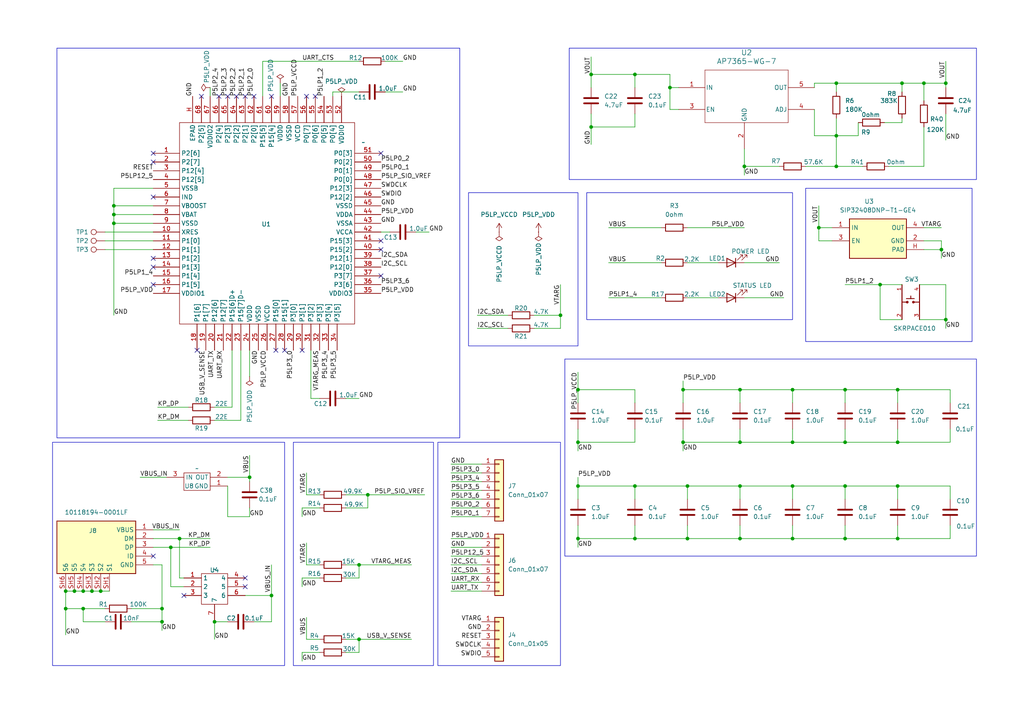
<source format=kicad_sch>
(kicad_sch (version 20250114) (generator "eeschema") (generator_version "9.0")
  (paper "A4")
  (rectangle (start 16.51 13.97) (end 133.35 127))
  (rectangle (start 233.68 54.61) (end 281.94 99.06))
  (rectangle (start 165.1 13.97) (end 283.21 52.07))
  (rectangle (start 15.24 128.27) (end 82.55 193.04))
  (rectangle (start 127 128.27) (end 162.56 193.04))
  (rectangle (start 163.83 104.14) (end 283.21 161.29))
  (rectangle (start 85.09 128.27) (end 125.73 193.04))
  (rectangle (start 135.89 55.88) (end 167.64 100.33))
  (rectangle (start 170.18 55.88) (end 229.87 92.71))
  (junction (at 19.05 171.45))
  (junction (at 229.87 156.21))
  (junction (at 242.57 39.37))
  (junction (at 242.57 24.13))
  (junction (at 198.12 113.03))
  (junction (at 106.68 143.51))
  (junction (at 214.63 156.21))
  (junction (at 104.14 185.42))
  (junction (at 49.53 158.75))
  (junction (at 274.32 92.71))
  (junction (at 72.39 138.43))
  (junction (at 184.15 21.59))
  (junction (at 260.35 140.97))
  (junction (at 215.9 48.26))
  (junction (at 267.97 24.13))
  (junction (at 198.12 128.27))
  (junction (at 29.21 171.45))
  (junction (at 260.35 128.27))
  (junction (at 46.99 176.53))
  (junction (at 104.14 163.83))
  (junction (at 194.31 25.4))
  (junction (at 167.64 156.21))
  (junction (at 46.99 180.34))
  (junction (at 245.11 156.21))
  (junction (at 24.13 171.45))
  (junction (at 242.57 48.26))
  (junction (at 229.87 113.03))
  (junction (at 52.07 156.21))
  (junction (at 24.13 176.53))
  (junction (at 33.02 62.23))
  (junction (at 162.56 91.44))
  (junction (at 260.35 113.03))
  (junction (at 184.15 156.21))
  (junction (at 171.45 21.59))
  (junction (at 199.39 156.21))
  (junction (at 261.62 24.13))
  (junction (at 167.64 113.03))
  (junction (at 260.35 156.21))
  (junction (at 255.27 82.55))
  (junction (at 167.64 128.27))
  (junction (at 214.63 113.03))
  (junction (at 245.11 113.03))
  (junction (at 33.02 59.69))
  (junction (at 245.11 140.97))
  (junction (at 21.59 171.45))
  (junction (at 274.32 24.13))
  (junction (at 214.63 140.97))
  (junction (at 33.02 64.77))
  (junction (at 245.11 128.27))
  (junction (at 237.49 66.04))
  (junction (at 26.67 171.45))
  (junction (at 171.45 36.83))
  (junction (at 167.64 140.97))
  (junction (at 184.15 140.97))
  (junction (at 229.87 128.27))
  (junction (at 214.63 128.27))
  (junction (at 62.23 180.34))
  (junction (at 229.87 140.97))
  (junction (at 273.05 72.39))
  (junction (at 199.39 140.97))
  (junction (at 19.05 176.53))
  (junction (at 78.74 172.72))
  (no_connect (at 82.55 101.6))
  (no_connect (at 58.42 27.94))
  (no_connect (at 66.04 27.94))
  (no_connect (at 80.01 101.6))
  (no_connect (at 44.45 161.29))
  (no_connect (at 110.49 80.01))
  (no_connect (at 44.45 74.93))
  (no_connect (at 44.45 57.15))
  (no_connect (at 110.49 69.85))
  (no_connect (at 71.12 27.94))
  (no_connect (at 44.45 77.47))
  (no_connect (at 88.9 27.94))
  (no_connect (at 110.49 44.45))
  (no_connect (at 87.63 101.6))
  (no_connect (at 78.74 27.94))
  (no_connect (at 71.12 167.64))
  (no_connect (at 110.49 72.39))
  (no_connect (at 57.15 101.6))
  (no_connect (at 91.44 27.94))
  (no_connect (at 63.5 27.94))
  (no_connect (at 44.45 82.55))
  (no_connect (at 68.58 27.94))
  (no_connect (at 71.12 170.18))
  (no_connect (at 53.34 172.72))
  (no_connect (at 44.45 46.99))
  (no_connect (at 73.66 27.94))
  (no_connect (at 44.45 44.45))
  (wire (pts (xy 245.11 113.03) (xy 260.35 113.03)))
  (wire (pts (xy 30.48 72.39) (xy 44.45 72.39)))
  (wire (pts (xy 184.15 21.59) (xy 184.15 25.4)))
  (wire (pts (xy 88.9 163.83) (xy 92.71 163.83)))
  (wire (pts (xy 100.33 189.23) (xy 104.14 189.23)))
  (wire (pts (xy 274.32 33.02) (xy 274.32 40.64)))
  (wire (pts (xy 260.35 156.21) (xy 260.35 152.4)))
  (wire (pts (xy 214.63 128.27) (xy 214.63 124.46)))
  (wire (pts (xy 88.9 179.07) (xy 88.9 185.42)))
  (wire (pts (xy 40.64 138.43) (xy 48.26 138.43)))
  (wire (pts (xy 245.11 156.21) (xy 260.35 156.21)))
  (wire (pts (xy 19.05 176.53) (xy 19.05 184.15)))
  (wire (pts (xy 194.31 21.59) (xy 194.31 25.4)))
  (wire (pts (xy 229.87 128.27) (xy 245.11 128.27)))
  (wire (pts (xy 199.39 86.36) (xy 208.28 86.36)))
  (wire (pts (xy 33.02 62.23) (xy 33.02 64.77)))
  (wire (pts (xy 171.45 36.83) (xy 184.15 36.83)))
  (wire (pts (xy 248.92 39.37) (xy 242.57 39.37)))
  (wire (pts (xy 60.96 25.4) (xy 60.96 27.94)))
  (wire (pts (xy 76.2 17.78) (xy 104.14 17.78)))
  (wire (pts (xy 229.87 140.97) (xy 229.87 144.78)))
  (wire (pts (xy 229.87 156.21) (xy 229.87 152.4)))
  (wire (pts (xy 130.81 168.91) (xy 139.7 168.91)))
  (wire (pts (xy 199.39 156.21) (xy 199.39 152.4)))
  (wire (pts (xy 241.3 69.85) (xy 237.49 69.85)))
  (wire (pts (xy 49.53 170.18) (xy 53.34 170.18)))
  (wire (pts (xy 52.07 156.21) (xy 52.07 167.64)))
  (wire (pts (xy 72.39 138.43) (xy 72.39 139.7)))
  (wire (pts (xy 267.97 48.26) (xy 257.81 48.26)))
  (wire (pts (xy 78.74 172.72) (xy 78.74 180.34)))
  (wire (pts (xy 162.56 91.44) (xy 162.56 95.25)))
  (wire (pts (xy 198.12 128.27) (xy 214.63 128.27)))
  (wire (pts (xy 44.45 54.61) (xy 33.02 54.61)))
  (wire (pts (xy 260.35 113.03) (xy 260.35 116.84)))
  (wire (pts (xy 33.02 59.69) (xy 33.02 62.23)))
  (wire (pts (xy 255.27 82.55) (xy 261.62 82.55)))
  (wire (pts (xy 92.71 167.64) (xy 87.63 167.64)))
  (wire (pts (xy 30.48 67.31) (xy 44.45 67.31)))
  (wire (pts (xy 167.64 124.46) (xy 167.64 128.27)))
  (wire (pts (xy 199.39 140.97) (xy 214.63 140.97)))
  (wire (pts (xy 130.81 149.86) (xy 139.7 149.86)))
  (wire (pts (xy 167.64 113.03) (xy 184.15 113.03)))
  (wire (pts (xy 106.68 147.32) (xy 106.68 143.51)))
  (wire (pts (xy 44.45 156.21) (xy 52.07 156.21)))
  (wire (pts (xy 274.32 17.78) (xy 274.32 24.13)))
  (wire (pts (xy 88.9 137.16) (xy 88.9 143.51)))
  (wire (pts (xy 33.02 59.69) (xy 44.45 59.69)))
  (wire (pts (xy 245.11 113.03) (xy 245.11 116.84)))
  (wire (pts (xy 72.39 147.32) (xy 72.39 149.86)))
  (wire (pts (xy 46.99 180.34) (xy 46.99 182.88)))
  (wire (pts (xy 30.48 176.53) (xy 24.13 176.53)))
  (wire (pts (xy 198.12 110.49) (xy 198.12 113.03)))
  (wire (pts (xy 30.48 69.85) (xy 44.45 69.85)))
  (wire (pts (xy 261.62 24.13) (xy 242.57 24.13)))
  (wire (pts (xy 273.05 69.85) (xy 273.05 72.39)))
  (wire (pts (xy 44.45 163.83) (xy 46.99 163.83)))
  (wire (pts (xy 111.76 26.67) (xy 116.84 26.67)))
  (wire (pts (xy 130.81 171.45) (xy 139.7 171.45)))
  (wire (pts (xy 275.59 128.27) (xy 275.59 124.46)))
  (wire (pts (xy 81.28 24.13) (xy 81.28 27.94)))
  (wire (pts (xy 130.81 163.83) (xy 139.7 163.83)))
  (wire (pts (xy 73.66 180.34) (xy 78.74 180.34)))
  (wire (pts (xy 214.63 156.21) (xy 229.87 156.21)))
  (wire (pts (xy 104.14 185.42) (xy 119.38 185.42)))
  (wire (pts (xy 46.99 176.53) (xy 46.99 180.34)))
  (wire (pts (xy 130.81 142.24) (xy 139.7 142.24)))
  (wire (pts (xy 167.64 156.21) (xy 167.64 158.75)))
  (wire (pts (xy 167.64 128.27) (xy 167.64 130.81)))
  (wire (pts (xy 154.94 91.44) (xy 162.56 91.44)))
  (wire (pts (xy 72.39 132.08) (xy 72.39 138.43)))
  (wire (pts (xy 237.49 69.85) (xy 237.49 66.04)))
  (wire (pts (xy 267.97 24.13) (xy 267.97 29.21)))
  (wire (pts (xy 245.11 128.27) (xy 245.11 124.46)))
  (wire (pts (xy 76.2 27.94) (xy 76.2 17.78)))
  (wire (pts (xy 260.35 156.21) (xy 275.59 156.21)))
  (wire (pts (xy 242.57 34.29) (xy 242.57 39.37)))
  (wire (pts (xy 92.71 189.23) (xy 87.63 189.23)))
  (wire (pts (xy 33.02 62.23) (xy 44.45 62.23)))
  (wire (pts (xy 162.56 95.25) (xy 154.94 95.25)))
  (wire (pts (xy 100.33 147.32) (xy 106.68 147.32)))
  (wire (pts (xy 275.59 140.97) (xy 275.59 144.78)))
  (wire (pts (xy 24.13 171.45) (xy 26.67 171.45)))
  (wire (pts (xy 215.9 86.36) (xy 227.33 86.36)))
  (wire (pts (xy 87.63 147.32) (xy 87.63 149.86)))
  (wire (pts (xy 130.81 139.7) (xy 139.7 139.7)))
  (wire (pts (xy 46.99 163.83) (xy 46.99 176.53)))
  (wire (pts (xy 184.15 140.97) (xy 184.15 144.78)))
  (wire (pts (xy 256.54 35.56) (xy 261.62 35.56)))
  (wire (pts (xy 167.64 116.84) (xy 167.64 113.03)))
  (wire (pts (xy 198.12 128.27) (xy 198.12 130.81)))
  (wire (pts (xy 261.62 24.13) (xy 261.62 26.67)))
  (wire (pts (xy 100.33 167.64) (xy 104.14 167.64)))
  (wire (pts (xy 214.63 128.27) (xy 229.87 128.27)))
  (wire (pts (xy 138.43 91.44) (xy 147.32 91.44)))
  (wire (pts (xy 138.43 95.25) (xy 147.32 95.25)))
  (wire (pts (xy 199.39 76.2) (xy 208.28 76.2)))
  (wire (pts (xy 261.62 92.71) (xy 255.27 92.71)))
  (wire (pts (xy 184.15 113.03) (xy 184.15 116.84)))
  (wire (pts (xy 255.27 92.71) (xy 255.27 82.55)))
  (wire (pts (xy 120.65 67.31) (xy 124.46 67.31)))
  (wire (pts (xy 96.52 26.67) (xy 104.14 26.67)))
  (wire (pts (xy 199.39 66.04) (xy 215.9 66.04)))
  (wire (pts (xy 215.9 48.26) (xy 215.9 50.8)))
  (wire (pts (xy 62.23 180.34) (xy 62.23 185.42)))
  (wire (pts (xy 242.57 24.13) (xy 242.57 26.67)))
  (wire (pts (xy 130.81 156.21) (xy 139.7 156.21)))
  (wire (pts (xy 52.07 167.64) (xy 53.34 167.64)))
  (wire (pts (xy 38.1 176.53) (xy 46.99 176.53)))
  (wire (pts (xy 176.53 76.2) (xy 191.77 76.2)))
  (wire (pts (xy 130.81 134.62) (xy 139.7 134.62)))
  (wire (pts (xy 100.33 185.42) (xy 104.14 185.42)))
  (wire (pts (xy 260.35 140.97) (xy 260.35 144.78)))
  (wire (pts (xy 110.49 67.31) (xy 113.03 67.31)))
  (wire (pts (xy 45.72 121.92) (xy 54.61 121.92)))
  (wire (pts (xy 26.67 171.45) (xy 29.21 171.45)))
  (wire (pts (xy 19.05 171.45) (xy 21.59 171.45)))
  (wire (pts (xy 167.64 128.27) (xy 184.15 128.27)))
  (wire (pts (xy 198.12 116.84) (xy 198.12 113.03)))
  (wire (pts (xy 267.97 24.13) (xy 261.62 24.13)))
  (wire (pts (xy 130.81 161.29) (xy 139.7 161.29)))
  (wire (pts (xy 96.52 27.94) (xy 96.52 26.67)))
  (wire (pts (xy 88.9 157.48) (xy 88.9 163.83)))
  (wire (pts (xy 184.15 156.21) (xy 199.39 156.21)))
  (wire (pts (xy 130.81 166.37) (xy 139.7 166.37)))
  (wire (pts (xy 130.81 158.75) (xy 139.7 158.75)))
  (wire (pts (xy 242.57 39.37) (xy 236.22 39.37)))
  (wire (pts (xy 229.87 156.21) (xy 245.11 156.21)))
  (wire (pts (xy 90.17 101.6) (xy 90.17 115.57)))
  (wire (pts (xy 198.12 124.46) (xy 198.12 128.27)))
  (wire (pts (xy 261.62 34.29) (xy 261.62 35.56)))
  (wire (pts (xy 184.15 140.97) (xy 199.39 140.97)))
  (wire (pts (xy 275.59 156.21) (xy 275.59 152.4)))
  (wire (pts (xy 229.87 140.97) (xy 245.11 140.97)))
  (wire (pts (xy 242.57 24.13) (xy 236.22 24.13)))
  (wire (pts (xy 66.04 149.86) (xy 72.39 149.86)))
  (wire (pts (xy 123.19 143.51) (xy 106.68 143.51)))
  (wire (pts (xy 88.9 185.42) (xy 92.71 185.42)))
  (wire (pts (xy 171.45 16.51) (xy 171.45 21.59)))
  (wire (pts (xy 87.63 189.23) (xy 87.63 191.77)))
  (wire (pts (xy 104.14 167.64) (xy 104.14 163.83)))
  (wire (pts (xy 184.15 128.27) (xy 184.15 124.46)))
  (wire (pts (xy 167.64 138.43) (xy 167.64 140.97)))
  (wire (pts (xy 241.3 66.04) (xy 237.49 66.04)))
  (wire (pts (xy 66.04 138.43) (xy 72.39 138.43)))
  (wire (pts (xy 171.45 33.02) (xy 171.45 36.83)))
  (wire (pts (xy 266.7 82.55) (xy 274.32 82.55)))
  (wire (pts (xy 69.85 121.92) (xy 62.23 121.92)))
  (wire (pts (xy 214.63 140.97) (xy 214.63 144.78)))
  (wire (pts (xy 229.87 113.03) (xy 229.87 116.84)))
  (wire (pts (xy 67.31 101.6) (xy 67.31 118.11)))
  (wire (pts (xy 273.05 72.39) (xy 273.05 74.93)))
  (wire (pts (xy 245.11 140.97) (xy 245.11 144.78)))
  (wire (pts (xy 242.57 48.26) (xy 250.19 48.26)))
  (wire (pts (xy 24.13 176.53) (xy 19.05 176.53)))
  (wire (pts (xy 19.05 171.45) (xy 19.05 176.53)))
  (wire (pts (xy 29.21 171.45) (xy 31.75 171.45)))
  (wire (pts (xy 21.59 171.45) (xy 24.13 171.45)))
  (wire (pts (xy 176.53 86.36) (xy 191.77 86.36)))
  (wire (pts (xy 274.32 92.71) (xy 274.32 95.25)))
  (wire (pts (xy 104.14 189.23) (xy 104.14 185.42)))
  (wire (pts (xy 167.64 156.21) (xy 184.15 156.21)))
  (wire (pts (xy 52.07 156.21) (xy 60.96 156.21)))
  (wire (pts (xy 24.13 176.53) (xy 24.13 180.34)))
  (wire (pts (xy 266.7 92.71) (xy 274.32 92.71)))
  (wire (pts (xy 49.53 158.75) (xy 49.53 170.18)))
  (wire (pts (xy 214.63 113.03) (xy 214.63 116.84)))
  (wire (pts (xy 242.57 39.37) (xy 242.57 48.26)))
  (wire (pts (xy 72.39 101.6) (xy 72.39 109.22)))
  (wire (pts (xy 267.97 72.39) (xy 273.05 72.39)))
  (wire (pts (xy 184.15 36.83) (xy 184.15 33.02)))
  (wire (pts (xy 274.32 24.13) (xy 274.32 25.4)))
  (wire (pts (xy 171.45 36.83) (xy 171.45 41.91)))
  (wire (pts (xy 199.39 140.97) (xy 199.39 144.78)))
  (wire (pts (xy 167.64 152.4) (xy 167.64 156.21)))
  (wire (pts (xy 198.12 113.03) (xy 214.63 113.03)))
  (wire (pts (xy 167.64 140.97) (xy 184.15 140.97)))
  (wire (pts (xy 88.9 143.51) (xy 92.71 143.51)))
  (wire (pts (xy 38.1 180.34) (xy 46.99 180.34)))
  (wire (pts (xy 214.63 140.97) (xy 229.87 140.97)))
  (wire (pts (xy 236.22 24.13) (xy 236.22 25.4)))
  (wire (pts (xy 260.35 113.03) (xy 275.59 113.03)))
  (wire (pts (xy 33.02 64.77) (xy 44.45 64.77)))
  (wire (pts (xy 245.11 156.21) (xy 245.11 152.4)))
  (wire (pts (xy 100.33 143.51) (xy 106.68 143.51)))
  (wire (pts (xy 62.23 180.34) (xy 66.04 180.34)))
  (wire (pts (xy 33.02 64.77) (xy 33.02 91.44)))
  (wire (pts (xy 78.74 163.83) (xy 78.74 172.72)))
  (wire (pts (xy 229.87 113.03) (xy 245.11 113.03)))
  (wire (pts (xy 162.56 82.55) (xy 162.56 91.44)))
  (wire (pts (xy 215.9 76.2) (xy 226.06 76.2)))
  (wire (pts (xy 237.49 59.69) (xy 237.49 66.04)))
  (wire (pts (xy 184.15 156.21) (xy 184.15 152.4)))
  (wire (pts (xy 44.45 153.67) (xy 52.07 153.67)))
  (wire (pts (xy 194.31 25.4) (xy 194.31 31.75)))
  (wire (pts (xy 194.31 31.75) (xy 196.85 31.75)))
  (wire (pts (xy 130.81 144.78) (xy 139.7 144.78)))
  (wire (pts (xy 176.53 66.04) (xy 191.77 66.04)))
  (wire (pts (xy 260.35 140.97) (xy 275.59 140.97)))
  (wire (pts (xy 260.35 128.27) (xy 260.35 124.46)))
  (wire (pts (xy 194.31 25.4) (xy 196.85 25.4)))
  (wire (pts (xy 215.9 48.26) (xy 226.06 48.26)))
  (wire (pts (xy 215.9 43.18) (xy 215.9 48.26)))
  (wire (pts (xy 236.22 39.37) (xy 236.22 31.75)))
  (wire (pts (xy 44.45 158.75) (xy 49.53 158.75)))
  (wire (pts (xy 274.32 24.13) (xy 267.97 24.13)))
  (wire (pts (xy 100.33 163.83) (xy 104.14 163.83)))
  (wire (pts (xy 245.11 82.55) (xy 255.27 82.55)))
  (wire (pts (xy 171.45 25.4) (xy 171.45 21.59)))
  (wire (pts (xy 49.53 158.75) (xy 60.96 158.75)))
  (wire (pts (xy 167.64 107.95) (xy 167.64 113.03)))
  (wire (pts (xy 67.31 118.11) (xy 62.23 118.11)))
  (wire (pts (xy 66.04 140.97) (xy 66.04 149.86)))
  (wire (pts (xy 130.81 137.16) (xy 139.7 137.16)))
  (wire (pts (xy 184.15 21.59) (xy 194.31 21.59)))
  (wire (pts (xy 267.97 36.83) (xy 267.97 48.26)))
  (wire (pts (xy 233.68 48.26) (xy 242.57 48.26)))
  (wire (pts (xy 111.76 17.78) (xy 116.84 17.78)))
  (wire (pts (xy 199.39 156.21) (xy 214.63 156.21)))
  (wire (pts (xy 260.35 128.27) (xy 275.59 128.27)))
  (wire (pts (xy 214.63 113.03) (xy 229.87 113.03)))
  (wire (pts (xy 245.11 128.27) (xy 260.35 128.27)))
  (wire (pts (xy 104.14 163.83) (xy 119.38 163.83)))
  (wire (pts (xy 267.97 66.04) (xy 273.05 66.04)))
  (wire (pts (xy 24.13 180.34) (xy 30.48 180.34)))
  (wire (pts (xy 245.11 140.97) (xy 260.35 140.97)))
  (wire (pts (xy 69.85 101.6) (xy 69.85 121.92)))
  (wire (pts (xy 87.63 167.64) (xy 87.63 170.18)))
  (wire (pts (xy 33.02 54.61) (xy 33.02 59.69)))
  (wire (pts (xy 90.17 115.57) (xy 92.71 115.57)))
  (wire (pts (xy 71.12 172.72) (xy 78.74 172.72)))
  (wire (pts (xy 229.87 128.27) (xy 229.87 124.46)))
  (wire (pts (xy 100.33 115.57) (xy 104.14 115.57)))
  (wire (pts (xy 248.92 35.56) (xy 248.92 39.37)))
  (wire (pts (xy 275.59 113.03) (xy 275.59 116.84)))
  (wire (pts (xy 130.81 147.32) (xy 139.7 147.32)))
  (wire (pts (xy 92.71 147.32) (xy 87.63 147.32)))
  (wire (pts (xy 167.64 144.78) (xy 167.64 140.97)))
  (wire (pts (xy 267.97 69.85) (xy 273.05 69.85)))
  (wire (pts (xy 171.45 21.59) (xy 184.15 21.59)))
  (wire (pts (xy 45.72 118.11) (xy 54.61 118.11)))
  (wire (pts (xy 274.32 82.55) (xy 274.32 92.71)))
  (wire (pts (xy 214.63 156.21) (xy 214.63 152.4)))
  (label "P5LP_VDD" (at 110.49 85.09 0))
  (label "P5LP_VCCD" (at 77.47 101.6 270))
  (label "P5LP0_1" (at 130.81 149.86 0))
  (label "P5LP_VDD" (at 215.9 66.04 180))
  (label "UART_CTS" (at 87.63 17.78 0))
  (label "P5LP12_5" (at 130.81 161.29 0))
  (label "GND" (at 167.64 158.75 0))
  (label "GND" (at 87.63 170.18 0))
  (label "SWDCLK" (at 139.7 187.96 180))
  (label "VTARG" (at 162.56 82.55 270))
  (label "KP_DM" (at 60.96 156.21 180))
  (label "GND" (at 130.81 158.75 0))
  (label "VOUT" (at 237.49 59.69 270))
  (label "GND" (at 167.64 130.81 0))
  (label "P5LP1_2" (at 245.11 82.55 0))
  (label "P5LP3_5" (at 130.81 142.24 0))
  (label "GND" (at 55.88 27.94 90))
  (label "SWDIO" (at 139.7 190.5 180))
  (label "UART_RX" (at 130.81 168.91 0))
  (label "USB_V_SENSE" (at 59.69 101.6 270))
  (label "P5LP1_2" (at 93.98 27.94 90))
  (label "UART_RX" (at 64.77 101.6 270))
  (label "P5LP_VDD" (at 130.81 156.21 0))
  (label "P5LP2_2" (at 68.58 27.94 90))
  (label "I2C_SCL" (at 130.81 163.83 0))
  (label "SWDCLK" (at 110.49 54.61 0))
  (label "VTARG" (at 273.05 66.04 180))
  (label "GND" (at 110.49 64.77 0))
  (label "GND" (at 215.9 50.8 0))
  (label "I2C_SDA" (at 138.43 91.44 0))
  (label "VBUS" (at 176.53 76.2 0))
  (label "P5LP_VDD" (at 44.45 85.09 180))
  (label "P5LP2_4" (at 63.5 27.94 90))
  (label "GND" (at 226.06 76.2 180))
  (label "GND" (at 87.63 191.77 0))
  (label "P5LP3_0" (at 130.81 137.16 0))
  (label "KP_DM" (at 45.72 121.92 0))
  (label "GND" (at 198.12 130.81 0))
  (label "GND" (at 124.46 67.31 0))
  (label "GND" (at 46.99 182.88 0))
  (label "VTARG_MEAS" (at 92.71 101.6 270))
  (label "P5LP2_3" (at 66.04 27.94 90))
  (label "GND" (at 227.33 86.36 180))
  (label "P5LP0_1" (at 110.49 49.53 0))
  (label "VBUS" (at 176.53 66.04 0))
  (label "P5LP_VCCD" (at 86.36 27.94 90))
  (label "KP_DP" (at 45.72 118.11 0))
  (label "SWDIO" (at 110.49 57.15 0))
  (label "VTARG" (at 88.9 157.48 270))
  (label "GND" (at 87.63 149.86 0))
  (label "GND" (at 273.05 74.93 0))
  (label "GND" (at 130.81 134.62 0))
  (label "I2C_SCL" (at 138.43 95.25 0))
  (label "VOUT" (at 171.45 16.51 270))
  (label "GND" (at 116.84 26.67 0))
  (label "P5LP3_6" (at 130.81 144.78 0))
  (label "UART_TX" (at 62.23 101.6 270))
  (label "P5LP_VDD" (at 167.64 138.43 0))
  (label "P5LP3_0" (at 85.09 101.6 270))
  (label "VTARG_MEAS" (at 119.38 163.83 180))
  (label "P5LP12_5" (at 44.45 52.07 180))
  (label "I2C_SDA" (at 110.49 74.93 0))
  (label "P5LP_VDD" (at 198.12 110.49 0))
  (label "VOUT" (at 274.32 17.78 270))
  (label "VBUS_IN" (at 40.64 138.43 0))
  (label "P5LP_SIO_VREF" (at 123.19 143.51 180))
  (label "GND" (at 116.84 17.78 0))
  (label "VTARG" (at 88.9 137.16 270))
  (label "GND" (at 74.93 101.6 270))
  (label "GND" (at 19.05 184.15 0))
  (label "RESET" (at 139.7 185.42 180))
  (label "P5LP_VDD" (at 110.49 62.23 0))
  (label "VTARG" (at 139.7 180.34 180))
  (label "GND" (at 110.49 59.69 0))
  (label "VBUS_IN" (at 78.74 163.83 270))
  (label "I2C_SCL" (at 110.49 77.47 0))
  (label "GND" (at 171.45 41.91 90))
  (label "UART_TX" (at 130.81 171.45 0))
  (label "GND" (at 33.02 91.44 0))
  (label "P5LP0_2" (at 130.81 147.32 0))
  (label "P5LP_SIO_VREF" (at 110.49 52.07 0))
  (label "GND" (at 139.7 182.88 180))
  (label "P5LP3_4" (at 130.81 139.7 0))
  (label "GND" (at 62.23 185.42 0))
  (label "GND" (at 274.32 40.64 0))
  (label "KP_DP" (at 60.96 158.75 180))
  (label "P5LP0_2" (at 110.49 46.99 0))
  (label "GND" (at 72.39 149.86 0))
  (label "GND" (at 274.32 95.25 0))
  (label "P5LP3_4" (at 95.25 101.6 270))
  (label "P5LP1_4" (at 176.53 86.36 0))
  (label "P5LP3_5" (at 97.79 101.6 270))
  (label "P5LP1_4" (at 44.45 80.01 180))
  (label "RESET" (at 44.45 49.53 180))
  (label "P5LP_VCCD" (at 167.64 107.95 270))
  (label "P5LP2_1" (at 71.12 27.94 90))
  (label "VBUS" (at 88.9 179.07 270))
  (label "VBUS_IN" (at 52.07 153.67 180))
  (label "I2C_SDA" (at 130.81 166.37 0))
  (label "P5LP2_0" (at 73.66 27.94 90))
  (label "GND" (at 104.14 115.57 0))
  (label "P5LP3_6" (at 110.49 82.55 0))
  (label "VBUS" (at 72.39 132.08 270))
  (label "GND" (at 83.82 27.94 90))
  (label "USB_V_SENSE" (at 119.38 185.42 180))
  (symbol (lib_id "Device:C") (at 214.63 148.59 0) (unit 1)
    (property "Reference" "C6" (at 218.44 147.3199 0) (effects (justify left)))
    (property "Value" "0.1uF" (at 218.44 149.8599 0) (effects (justify left)))
    (property "Footprint" "A_Library:CAP_CL05_SAM" (effects (hide yes)))
    (property "Description" "Unpolarized capacitor" (effects (hide yes)))
  )
  (symbol (lib_id "Device:C") (at 96.52 115.57 90) (unit 1)
    (property "Reference" "C12" (at 92.964 117.094 90))
    (property "Value" "1.0uF" (at 101.092 114.554 90))
    (property "Footprint" "A_Library:BOM_3" (effects (hide yes)))
    (property "Description" "Unpolarized capacitor" (effects (hide yes)))
  )
  (symbol (lib_id "Device:C") (at 167.64 148.59 0) (unit 1)
    (property "Reference" "C3" (at 171.45 147.3199 0) (effects (justify left)))
    (property "Value" "1.0uF" (at 171.45 149.8599 0) (effects (justify left)))
    (property "Footprint" "A_Library:BOM_3" (effects (hide yes)))
    (property "Description" "Unpolarized capacitor" (effects (hide yes)))
  )
  (symbol (lib_id "power:+12P") (at 156.21 67.31 0) (unit 1)
    (property "Reference" "#PWR02" (effects (hide yes)))
    (property "Value" "P5LP_VDD" (at 156.21 62.23 0))
    (property "Description" "Power symbol creates a global label with name \"+12P\"" (effects (hide yes)))
  )
  (symbol (lib_id "Device:R") (at 96.52 189.23 90) (unit 1)
    (property "Reference" "R5" (at 91.186 187.96 90))
    (property "Value" "30K" (at 101.346 188.214 90))
    (property "Footprint" "A_Library:R5,16" (effects (hide yes)))
    (property "Description" "Resistor" (effects (hide yes)))
  )
  (symbol (lib_id "power:PWR_FLAG") (at 72.39 109.22 180) (unit 1)
    (property "Reference" "#FLG02" (effects (hide yes)))
    (property "Value" "P5LP_VDD" (at 72.39 113.03 90) (effects (justify left)))
    (property "Description" "Special symbol for telling ERC where power comes from" (effects (hide yes)))
  )
  (symbol (lib_id "power:PWR_FLAG") (at 99.06 27.94 0) (unit 1)
    (property "Reference" "#FLG04" (effects (hide yes)))
    (property "Value" "P5LP_VDD" (at 94.234 23.622 0) (effects (justify left)))
    (property "Description" "Special symbol for telling ERC where power comes from" (effects (hide yes)))
  )
  (symbol (lib_id "Connector:TestPoint") (at 30.48 67.31 90) (unit 1)
    (property "Reference" "TP1" (at 23.876 67.31 90))
    (property "Value" "TestPoint" (effects (hide yes)))
    (property "Footprint" "TestPoint:TestPoint_THTPad_1.0x1.0mm_Drill0.5mm" (effects (hide yes)))
    (property "Description" "test point" (effects (hide yes)))
  )
  (symbol (lib_id "Connector_Generic:Conn_01x07") (at 144.78 142.24 0) (unit 1)
    (property "Reference" "J7" (at 147.32 140.9699 0) (effects (justify left)))
    (property "Value" "Conn_01x07" (at 147.32 143.5099 0) (effects (justify left)))
    (property "Footprint" "A_Library:J6,J7" (effects (hide yes)))
    (property "Description" "Generic connector, single row, 01x07, script generated (kicad-library-utils/schlib/autogen/connector/)" (effects (hide yes)))
  )
  (symbol (lib_id "Device:R") (at 254 48.26 90) (unit 1)
    (property "Reference" "R41" (at 248.666 46.99 90))
    (property "Value" "0ohm" (at 259.842 46.99 90))
    (property "Footprint" "A_Library:R3,R28,R29,R31,R47,R48,R49,R50,R51,R52,R53" (effects (hide yes)))
    (property "Description" "Resistor" (effects (hide yes)))
  )
  (symbol (lib_id "Device:C") (at 171.45 29.21 0) (unit 1)
    (property "Reference" "C22" (at 175.26 27.9399 0) (effects (justify left)))
    (property "Value" "4.7uF" (at 175.26 30.4799 0) (effects (justify left)))
    (property "Footprint" "A_Library:BOM_4" (effects (hide yes)))
    (property "Description" "Unpolarized capacitor" (effects (hide yes)))
  )
  (symbol (lib_id "Device:C") (at 229.87 120.65 0) (unit 1)
    (property "Reference" "C18" (at 233.68 119.3799 0) (effects (justify left)))
    (property "Value" "1.0uF" (at 233.68 121.9199 0) (effects (justify left)))
    (property "Footprint" "A_Library:BOM_3" (effects (hide yes)))
    (property "Description" "Unpolarized capacitor" (effects (hide yes)))
  )
  (symbol (lib_id "Device:C") (at 275.59 120.65 0) (unit 1)
    (property "Reference" "C21" (at 277.622 117.856 0) (effects (justify left)))
    (property "Value" "0.1uF" (at 277.114 124.46 0) (effects (justify left)))
    (property "Footprint" "A_Library:CAP_CL05_SAM" (effects (hide yes)))
    (property "Description" "Unpolarized capacitor" (effects (hide yes)))
  )
  (symbol (lib_id "Device:R") (at 242.57 30.48 0) (unit 1)
    (property "Reference" "R6" (at 245.11 29.2099 0) (effects (justify left)))
    (property "Value" "180K" (at 245.11 31.7499 0) (effects (justify left)))
    (property "Footprint" "A_Library:R6" (effects (hide yes)))
    (property "Description" "Resistor" (effects (hide yes)))
  )
  (symbol (lib_id "Device:R") (at 96.52 167.64 90) (unit 1)
    (property "Reference" "R16" (at 91.186 166.37 90))
    (property "Value" "30K" (at 101.346 166.624 90))
    (property "Footprint" "A_Library:R5,16" (effects (hide yes)))
    (property "Description" "Resistor" (effects (hide yes)))
  )
  (symbol (lib_id "New_Library:SKRPACE010") (at 264.16 91.44 0) (unit 1)
    (property "Reference" "SW3" (at 262.382 81.026 0) (effects (justify left)))
    (property "Value" "SKRPACE010" (at 259.08 95.25 0) (effects (justify left)))
    (property "Footprint" "Library:SW_SKRPACE010" (effects (hide yes)))
    (property "MF" "ALPS" (effects (hide yes)))
    (property "Description_1" "\n                        \n                            Switch Tactile N.O. SPST Button J-Bend 0.05A 16VDC 2.55N SMD Automotive T/R\n                        \n" (effects (hide yes)))
    (property "Package" "None" (effects (hide yes)))
    (property "Price" "None" (effects (hide yes)))
    (property "Check_prices" "https://www.snapeda.com/parts/SKRPACE010/ALPS/view-part/?ref=eda" (effects (hide yes)))
    (property "STANDARD" "Maniufacturer Recommendations" (effects (hide yes)))
    (property "SnapEDA_Link" "https://www.snapeda.com/parts/SKRPACE010/ALPS/view-part/?ref=snap" (effects (hide yes)))
    (property "MP" "SKRPACE010" (effects (hide yes)))
    (property "Availability" "In Stock" (effects (hide yes)))
    (property "MANUFACTURER" "ALPS" (effects (hide yes)))
  )
  (symbol (lib_id "Connector:TestPoint") (at 30.48 72.39 90) (unit 1)
    (property "Reference" "TP3" (at 23.876 72.39 90))
    (property "Value" "TestPoint" (effects (hide yes)))
    (property "Footprint" "TestPoint:TestPoint_THTPad_1.0x1.0mm_Drill0.5mm" (effects (hide yes)))
    (property "Description" "test point" (effects (hide yes)))
  )
  (symbol (lib_id "Device:R") (at 195.58 76.2 90) (unit 1)
    (property "Reference" "R2" (at 191.516 74.93 90))
    (property "Value" "2.2K" (at 200.66 75.184 90))
    (property "Footprint" "A_Library:R2,17" (effects (hide yes)))
    (property "Description" "Resistor" (effects (hide yes)))
  )
  (symbol (lib_id "Device:C") (at 184.15 148.59 0) (unit 1)
    (property "Reference" "C4" (at 187.96 147.3199 0) (effects (justify left)))
    (property "Value" "0.1uF" (at 187.96 149.8599 0) (effects (justify left)))
    (property "Footprint" "A_Library:CAP_CL05_SAM" (effects (hide yes)))
    (property "Description" "Unpolarized capacitor" (effects (hide yes)))
  )
  (symbol (lib_name "LED_1") (lib_id "Device:LED") (at 212.09 86.36 180) (unit 1)
    (property "Reference" "LED2" (at 208.026 85.344 0))
    (property "Value" "STATUS LED" (at 218.186 82.804 0))
    (property "Footprint" "A_Library:LED_LTST-C191KRKT_LTO" (effects (hide yes)))
    (property "Description" "Light emitting diode" (effects (hide yes)))
    (property "Sim.Pins" "1=K 2=A" (effects (hide yes)))
  )
  (symbol (lib_id "power:PWR_FLAG") (at 81.28 24.13 0) (unit 1)
    (property "Reference" "#FLG06" (effects (hide yes)))
    (property "Value" "P5LP_VDD" (at 78.486 26.67 90) (effects (justify left)))
    (property "Description" "Special symbol for telling ERC where power comes from" (effects (hide yes)))
  )
  (symbol (lib_id "Device:C") (at 199.39 148.59 0) (unit 1)
    (property "Reference" "C5" (at 203.2 147.3199 0) (effects (justify left)))
    (property "Value" "1.0uF" (at 203.2 149.8599 0) (effects (justify left)))
    (property "Footprint" "A_Library:BOM_3" (effects (hide yes)))
    (property "Description" "Unpolarized capacitor" (effects (hide yes)))
  )
  (symbol (lib_id "Connector:TestPoint") (at 30.48 69.85 90) (unit 1)
    (property "Reference" "TP2" (at 23.876 69.85 90))
    (property "Value" "TestPoint" (effects (hide yes)))
    (property "Footprint" "TestPoint:TestPoint_THTPad_1.0x1.0mm_Drill0.5mm" (effects (hide yes)))
    (property "Description" "test point" (effects (hide yes)))
  )
  (symbol (lib_id "Device:R") (at 267.97 33.02 0) (unit 1)
    (property "Reference" "R40" (at 269.748 34.544 0) (effects (justify left)))
    (property "Value" "120K" (at 268.732 37.592 0) (effects (justify left)))
    (property "Footprint" "Resistor_SMD:R_0201_0603Metric_Pad0.64x0.40mm_HandSolder" (effects (hide yes)))
    (property "Description" "Resistor" (effects (hide yes)))
  )
  (symbol (lib_id "Device:C") (at 245.11 120.65 0) (unit 1)
    (property "Reference" "C19" (at 248.92 119.3799 0) (effects (justify left)))
    (property "Value" "0.1uF" (at 248.92 121.9199 0) (effects (justify left)))
    (property "Footprint" "A_Library:CAP_CL05_SAM" (effects (hide yes)))
    (property "Description" "Unpolarized capacitor" (effects (hide yes)))
  )
  (symbol (lib_id "Device:C") (at 34.29 180.34 90) (unit 1)
    (property "Reference" "C1" (at 31.496 179.324 90))
    (property "Value" "10nF" (at 38.1 179.324 90))
    (property "Footprint" "A_Library:G-155_MUR" (effects (hide yes)))
    (property "Description" "Unpolarized capacitor" (effects (hide yes)))
  )
  (symbol (lib_id "Device:C") (at 260.35 148.59 0) (unit 1)
    (property "Reference" "C9" (at 264.16 147.3199 0) (effects (justify left)))
    (property "Value" "1.0uF" (at 264.16 149.8599 0) (effects (justify left)))
    (property "Footprint" "A_Library:BOM_3" (effects (hide yes)))
    (property "Description" "Unpolarized capacitor" (effects (hide yes)))
  )
  (symbol (lib_id "Device:C") (at 116.84 67.31 90) (unit 1)
    (property "Reference" "C13" (at 113.284 68.834 90))
    (property "Value" "1.0uF" (at 121.412 66.294 90))
    (property "Footprint" "A_Library:BOM_3" (effects (hide yes)))
    (property "Description" "Unpolarized capacitor" (effects (hide yes)))
  )
  (symbol (lib_id "Device:C") (at 72.39 143.51 180) (unit 1)
    (property "Reference" "C38" (at 77.216 142.24 0))
    (property "Value" "0.1uF" (at 77.724 144.78 0))
    (property "Footprint" "A_Library:CAP_CL05_SAM" (effects (hide yes)))
    (property "Description" "Unpolarized capacitor" (effects (hide yes)))
  )
  (symbol (lib_id "Device:R") (at 229.87 48.26 90) (unit 1)
    (property "Reference" "R7" (at 225.044 46.736 90))
    (property "Value" "57.6K" (at 235.966 46.99 90))
    (property "Footprint" "A_Library:R7" (effects (hide yes)))
    (property "Description" "Resistor" (effects (hide yes)))
  )
  (symbol (lib_id "Device:R") (at 261.62 30.48 0) (unit 1)
    (property "Reference" "R8" (at 257.302 27.178 0) (effects (justify left)))
    (property "Value" "383K" (at 255.27 29.21 0) (effects (justify left)))
    (property "Footprint" "A_Library:R8" (effects (hide yes)))
    (property "Description" "Resistor" (effects (hide yes)))
  )
  (symbol (lib_id "Device:R") (at 195.58 86.36 90) (unit 1)
    (property "Reference" "R17" (at 190.754 85.344 90))
    (property "Value" "2.2K" (at 200.66 85.344 90))
    (property "Footprint" "A_Library:R2,17" (effects (hide yes)))
    (property "Description" "Resistor" (effects (hide yes)))
  )
  (symbol (lib_id "Device:C") (at 214.63 120.65 0) (unit 1)
    (property "Reference" "C17" (at 218.44 119.3799 0) (effects (justify left)))
    (property "Value" "0.1uF" (at 218.44 121.9199 0) (effects (justify left)))
    (property "Footprint" "A_Library:CAP_CL05_SAM" (effects (hide yes)))
    (property "Description" "Unpolarized capacitor" (effects (hide yes)))
  )
  (symbol (lib_id "Device:C") (at 69.85 180.34 90) (unit 1)
    (property "Reference" "C2" (at 67.056 179.324 90))
    (property "Value" "0.1uF" (at 73.66 179.324 90))
    (property "Footprint" "A_Library:CAP_CL05_SAM" (effects (hide yes)))
    (property "Description" "Unpolarized capacitor" (effects (hide yes)))
  )
  (symbol (lib_id "power:PWR_FLAG") (at 60.96 25.4 90) (unit 1)
    (property "Reference" "#FLG07" (effects (hide yes)))
    (property "Value" "P5LP_VDD" (at 59.944 24.13 0) (effects (justify left)))
    (property "Description" "Special symbol for telling ERC where power comes from" (effects (hide yes)))
  )
  (symbol (lib_id "Device:C") (at 275.59 148.59 0) (unit 1)
    (property "Reference" "C10" (at 277.368 145.288 0) (effects (justify left)))
    (property "Value" "0.1uF" (at 277.368 152.654 0) (effects (justify left)))
    (property "Footprint" "A_Library:CAP_CL05_SAM" (effects (hide yes)))
    (property "Description" "Unpolarized capacitor" (effects (hide yes)))
  )
  (symbol (lib_id "Device:R") (at 195.58 66.04 90) (unit 1)
    (property "Reference" "R3" (at 195.58 59.69 90))
    (property "Value" "0ohm" (at 195.58 62.23 90))
    (property "Footprint" "A_Library:R3,R28,R29,R31,R47,R48,R49,R50,R51,R52,R53" (effects (hide yes)))
    (property "Description" "Resistor" (effects (hide yes)))
  )
  (symbol (lib_id "Device:C") (at 229.87 148.59 0) (unit 1)
    (property "Reference" "C7" (at 233.68 147.3199 0) (effects (justify left)))
    (property "Value" "1.0uF" (at 233.68 149.8599 0) (effects (justify left)))
    (property "Footprint" "A_Library:BOM_3" (effects (hide yes)))
    (property "Description" "Unpolarized capacitor" (effects (hide yes)))
  )
  (symbol (lib_id "Device:C") (at 184.15 120.65 0) (unit 1)
    (property "Reference" "C15" (at 186.944 119.38 0) (effects (justify left)))
    (property "Value" "0.1uF" (at 186.944 121.92 0) (effects (justify left)))
    (property "Footprint" "A_Library:CAP_CL05_SAM" (effects (hide yes)))
    (property "Description" "Unpolarized capacitor" (effects (hide yes)))
  )
  (symbol (lib_id "Device:C") (at 184.15 29.21 0) (unit 1)
    (property "Reference" "C23" (at 187.96 27.9399 0) (effects (justify left)))
    (property "Value" "0.1uF" (at 187.96 30.4799 0) (effects (justify left)))
    (property "Footprint" "A_Library:CAP_CL05_SAM" (effects (hide yes)))
    (property "Description" "Unpolarized capacitor" (effects (hide yes)))
  )
  (symbol (lib_id "Device:R") (at 96.52 147.32 90) (unit 1)
    (property "Reference" "R14" (at 91.186 146.05 90))
    (property "Value" "49.9K" (at 102.616 146.304 90))
    (property "Footprint" "A_Library:R13,14" (effects (hide yes)))
    (property "Description" "Resistor" (effects (hide yes)))
  )
  (symbol (lib_id "Device:R") (at 34.29 176.53 90) (unit 1)
    (property "Reference" "R1" (at 29.972 175.26 90))
    (property "Value" "100K" (at 40.132 175.26 90))
    (property "Footprint" "A_Library:R1" (effects (hide yes)))
    (property "Description" "Resistor" (effects (hide yes)))
  )
  (symbol (lib_id "New_Library:CY8C5868LTI-LP039") (at 77.47 64.77 0) (unit 1)
    (property "Reference" "U1" (at 77.216 65.024 0))
    (property "Value" "~" (at 105.41 41.3065 0))
    (property "Footprint" "Library:QFN40P800X800X100-69N" (effects (hide yes)))
  )
  (symbol (lib_id "Connector_Generic:Conn_01x05") (at 144.78 185.42 0) (unit 1)
    (property "Reference" "J4" (at 147.32 184.1499 0) (effects (justify left)))
    (property "Value" "Conn_01x05" (at 147.32 186.6899 0) (effects (justify left)))
    (property "Footprint" "A_Library:CONN_SD-42375-001_M240_05_MOL" (effects (hide yes)))
    (property "Description" "Generic connector, single row, 01x05, script generated (kicad-library-utils/schlib/autogen/connector/)" (effects (hide yes)))
  )
  (symbol (lib_id "Device:R") (at 107.95 17.78 90) (unit 1)
    (property "Reference" "R12" (at 103.124 16.764 90))
    (property "Value" "100K" (at 113.03 16.764 90))
    (property "Footprint" "A_Library:R3,R28,R29,R31,R47,R48,R49,R50,R51,R52,R53" (effects (hide yes)))
    (property "Description" "Resistor" (effects (hide yes)))
  )
  (symbol (lib_id "Device:C") (at 274.32 29.21 0) (unit 1)
    (property "Reference" "C24" (at 277.876 29.21 0) (effects (justify left)))
    (property "Value" "4.7uF" (at 276.352 32.004 0) (effects (justify left)))
    (property "Footprint" "A_Library:BOM_4" (effects (hide yes)))
    (property "Description" "Unpolarized capacitor" (effects (hide yes)))
  )
  (symbol (lib_id "Device:R") (at 96.52 185.42 90) (unit 1)
    (property "Reference" "R4" (at 91.186 184.404 90))
    (property "Value" "15K" (at 101.092 184.404 90))
    (property "Footprint" "A_Library:R4,15" (effects (hide yes)))
    (property "Description" "Resistor" (effects (hide yes)))
  )
  (symbol (lib_id "Device:R") (at 96.52 163.83 90) (unit 1)
    (property "Reference" "R15" (at 91.186 162.814 90))
    (property "Value" "15K" (at 101.092 162.814 90))
    (property "Footprint" "A_Library:R4,15" (effects (hide yes)))
    (property "Description" "Resistor" (effects (hide yes)))
  )
  (symbol (lib_id "New_Library:SIP32408DNP-T1-GE4") (at 241.3 66.04 0) (unit 1)
    (property "Reference" "U3" (at 252.095 58.42 0))
    (property "Value" "SIP32408DNP-T1-GE4" (at 254.635 60.96 0))
    (property "Footprint" "Library:SON50P160X120X60-5N-D" (effects (hide yes)))
    (property "Datasheet" "http://www.vishay.com/docs/63717/sip32408.pdf" (effects (hide yes)))
    (property "Description" "Vishay SIP32408DNP-T1-GE4, 1-Channel Power Distribution Switch, Controlled Load Switch, 1.1  5.5V, 735mW 4-Pin," (effects (hide yes)))
    (property "Height" "0.6" (effects (hide yes)))
    (property "Mouser Part Number" "78-SIP32408DNP-GE4" (effects (hide yes)))
    (property "Mouser Price/Stock" "https://www.mouser.co.uk/ProductDetail/Vishay-Siliconix/SIP32408DNP-T1-GE4?qs=mrAVNBs0fyp85rRQDCDH1w%3D%3D" (effects (hide yes)))
    (property "Manufacturer_Name" "Vishay" (effects (hide yes)))
    (property "Manufacturer_Part_Number" "SIP32408DNP-T1-GE4" (effects (hide yes)))
  )
  (symbol (lib_id "Device:C") (at 198.12 120.65 0) (unit 1)
    (property "Reference" "C16" (at 201.93 119.3799 0) (effects (justify left)))
    (property "Value" "1.0uF" (at 201.93 121.9199 0) (effects (justify left)))
    (property "Footprint" "A_Library:BOM_3" (effects (hide yes)))
    (property "Description" "Unpolarized capacitor" (effects (hide yes)))
  )
  (symbol (lib_id "power:PWR_FLAG") (at 156.21 67.31 180) (unit 1)
    (property "Reference" "#FLG05" (effects (hide yes)))
    (property "Value" "P5LP_VDD" (at 156.21 70.358 90) (effects (justify left)))
    (property "Description" "Special symbol for telling ERC where power comes from" (effects (hide yes)))
  )
  (symbol (lib_id "Device:C") (at 167.64 120.65 0) (unit 1)
    (property "Reference" "C14" (at 171.45 119.3799 0) (effects (justify left)))
    (property "Value" "1.0uF" (at 171.45 121.9199 0) (effects (justify left)))
    (property "Footprint" "A_Library:BOM_3" (effects (hide yes)))
    (property "Description" "Unpolarized capacitor" (effects (hide yes)))
  )
  (symbol (lib_id "Device:R") (at 151.13 95.25 90) (unit 1)
    (property "Reference" "R21" (at 151.13 97.536 90))
    (property "Value" "4.7K" (at 156.972 94.234 90))
    (property "Footprint" "Resistor_SMD:R_0603_1608Metric_Pad0.98x0.95mm_HandSolder" (effects (hide yes)))
    (property "Description" "Resistor" (effects (hide yes)))
  )
  (symbol (lib_id "power:+12P") (at 144.78 67.31 0) (unit 1)
    (property "Reference" "#PWR01" (effects (hide yes)))
    (property "Value" "P5LP_VCCD" (at 144.78 62.23 0))
    (property "Description" "Power symbol creates a global label with name \"+12P\"" (effects (hide yes)))
  )
  (symbol (lib_id "New_Library:2") (at 57.15 139.7 0) (unit 1)
    (property "Reference" "U8" (at 54.864 140.97 0))
    (property "Value" "~" (at 57.15 135.89 0))
    (property "Footprint" "Library:2" (effects (hide yes)))
  )
  (symbol (lib_id "power:PWR_FLAG") (at 144.78 67.31 180) (unit 1)
    (property "Reference" "#FLG03" (effects (hide yes)))
    (property "Value" "P5LP_VCCD" (at 144.78 71.12 90) (effects (justify left)))
    (property "Description" "Special symbol for telling ERC where power comes from" (effects (hide yes)))
  )
  (symbol (lib_id "Device:R") (at 96.52 143.51 90) (unit 1)
    (property "Reference" "R13" (at 91.186 142.494 90))
    (property "Value" "49.9K" (at 102.362 142.494 90))
    (property "Footprint" "A_Library:R13,14" (effects (hide yes)))
    (property "Description" "Resistor" (effects (hide yes)))
  )
  (symbol (lib_id "Device:C") (at 260.35 120.65 0) (unit 1)
    (property "Reference" "C20" (at 264.16 119.3799 0) (effects (justify left)))
    (property "Value" "1.0uF" (at 264.16 121.9199 0) (effects (justify left)))
    (property "Footprint" "A_Library:BOM_3" (effects (hide yes)))
    (property "Description" "Unpolarized capacitor" (effects (hide yes)))
  )
  (symbol (lib_id "Device:C") (at 107.95 26.67 90) (unit 1)
    (property "Reference" "C11" (at 104.394 28.194 90))
    (property "Value" "1.0uF" (at 112.522 25.654 90))
    (property "Footprint" "A_Library:BOM_3" (effects (hide yes)))
    (property "Description" "Unpolarized capacitor" (effects (hide yes)))
  )
  (symbol (lib_id "New_Library:AP7365-WG-7") (at 187.96 25.4 0) (unit 1)
    (property "Reference" "U2" (at 216.535 15.24 0) (effects (font (size 1.524 1.524))))
    (property "Value" "AP7365-WG-7" (at 216.535 17.78 0) (effects (font (size 1.524 1.524))))
    (property "Footprint" "A_Library:SOT25_DIO" (effects (hide yes)))
    (property "Datasheet" "AP7365-WG-7" (effects (hide yes)))
  )
  (symbol (lib_id "Device:C") (at 245.11 148.59 0) (unit 1)
    (property "Reference" "C8" (at 248.92 147.3199 0) (effects (justify left)))
    (property "Value" "0.1uF" (at 248.92 149.8599 0) (effects (justify left)))
    (property "Footprint" "A_Library:CAP_CL05_SAM" (effects (hide yes)))
    (property "Description" "Unpolarized capacitor" (effects (hide yes)))
  )
  (symbol (lib_id "Connector_Generic:Conn_01x07") (at 144.78 163.83 0) (unit 1)
    (property "Reference" "J6" (at 147.32 162.5599 0) (effects (justify left)))
    (property "Value" "Conn_01x07" (at 147.32 165.0999 0) (effects (justify left)))
    (property "Footprint" "A_Library:J6,J7" (effects (hide yes)))
    (property "Description" "Generic connector, single row, 01x07, script generated (kicad-library-utils/schlib/autogen/connector/)" (effects (hide yes)))
  )
  (symbol (lib_id "Device:R") (at 252.73 35.56 90) (unit 1)
    (property "Reference" "R9" (at 252.476 38.354 90) (effects (justify left)))
    (property "Value" "0ohm" (at 255.27 33.274 90) (effects (justify left)))
    (property "Footprint" "A_Library:R3,R28,R29,R31,R47,R48,R49,R50,R51,R52,R53" (effects (hide yes)))
    (property "Description" "Resistor" (effects (hide yes)))
  )
  (symbol (lib_id "New_Library:3") (at 62.23 170.18 0) (unit 1)
    (property "Reference" "U4" (at 62.23 165.354 0))
    (property "Value" "~" (at 62.23 165.1 0))
    (property "Footprint" "Library:3" (effects (hide yes)))
  )
  (symbol (lib_id "Device:R") (at 58.42 118.11 90) (unit 1)
    (property "Reference" "R18" (at 58.42 116.078 90))
    (property "Value" "22E" (at 64.262 117.094 90))
    (property "Footprint" "Resistor_SMD:R_0603_1608Metric_Pad0.98x0.95mm_HandSolder" (effects (hide yes)))
    (property "Description" "Resistor" (effects (hide yes)))
  )
  (symbol (lib_id "Device:R") (at 151.13 91.44 90) (unit 1)
    (property "Reference" "R20" (at 151.13 89.408 90))
    (property "Value" "4.7K" (at 156.972 90.424 90))
    (property "Footprint" "Resistor_SMD:R_0603_1608Metric_Pad0.98x0.95mm_HandSolder" (effects (hide yes)))
    (property "Description" "Resistor" (effects (hide yes)))
  )
  (symbol (lib_id "Device:LED") (at 212.09 76.2 180) (unit 1)
    (property "Reference" "LED1" (at 208.026 74.93 0))
    (property "Value" "POWER LED" (at 217.678 72.898 0))
    (property "Footprint" "A_Library:LED_LTST-C191KRKT_LTO" (effects (hide yes)))
    (property "Description" "Light emitting diode" (effects (hide yes)))
    (property "Sim.Pins" "1=K 2=A" (effects (hide yes)))
  )
  (symbol (lib_id "Device:R") (at 58.42 121.92 90) (unit 1)
    (property "Reference" "R19" (at 58.42 124.206 90))
    (property "Value" "22E" (at 64.262 120.904 90))
    (property "Footprint" "Resistor_SMD:R_0603_1608Metric_Pad0.98x0.95mm_HandSolder" (effects (hide yes)))
    (property "Description" "Resistor" (effects (hide yes)))
  )
  (symbol (lib_id "New_Library:10118194-0001LF") (at 15.24 152.4 0) (unit 1)
    (property "Reference" "J8" (at 26.924 153.924 0))
    (property "Value" "10118194-0001LF" (at 27.94 148.59 0))
    (property "Footprint" "A_Library:AMPHENOL_10118194-0001LF" (effects (hide yes)))
    (property "Datasheet" "https://www.amphenol-cs.com/micro-usb-101181940001lf.html" (effects (hide yes)))
    (property "Description" "Micro USB, Input Output Connectors, B TYPE RECEPTACLE with flange" (effects (hide yes)))
    (property "Height" "3.25" (effects (hide yes)))
    (property "Manufacturer_Name" "Amphenol Communications Solutions" (effects (hide yes)))
    (property "Manufacturer_Part_Number" "10118194-0001LF" (effects (hide yes)))
  )
)
</source>
